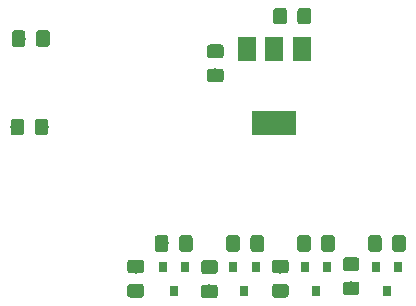
<source format=gbr>
G04 #@! TF.GenerationSoftware,KiCad,Pcbnew,5.1.2*
G04 #@! TF.CreationDate,2019-05-06T20:04:11+02:00*
G04 #@! TF.ProjectId,controlboard,636f6e74-726f-46c6-926f-6172642e6b69,rev?*
G04 #@! TF.SameCoordinates,Original*
G04 #@! TF.FileFunction,Paste,Top*
G04 #@! TF.FilePolarity,Positive*
%FSLAX46Y46*%
G04 Gerber Fmt 4.6, Leading zero omitted, Abs format (unit mm)*
G04 Created by KiCad (PCBNEW 5.1.2) date 2019-05-06 20:04:11*
%MOMM*%
%LPD*%
G04 APERTURE LIST*
%ADD10C,0.100000*%
%ADD11C,1.150000*%
%ADD12R,0.800000X0.900000*%
%ADD13R,3.800000X2.000000*%
%ADD14R,1.500000X2.000000*%
G04 APERTURE END LIST*
D10*
G36*
X87474505Y-33901204D02*
G01*
X87498773Y-33904804D01*
X87522572Y-33910765D01*
X87545671Y-33919030D01*
X87567850Y-33929520D01*
X87588893Y-33942132D01*
X87608599Y-33956747D01*
X87626777Y-33973223D01*
X87643253Y-33991401D01*
X87657868Y-34011107D01*
X87670480Y-34032150D01*
X87680970Y-34054329D01*
X87689235Y-34077428D01*
X87695196Y-34101227D01*
X87698796Y-34125495D01*
X87700000Y-34149999D01*
X87700000Y-34800001D01*
X87698796Y-34824505D01*
X87695196Y-34848773D01*
X87689235Y-34872572D01*
X87680970Y-34895671D01*
X87670480Y-34917850D01*
X87657868Y-34938893D01*
X87643253Y-34958599D01*
X87626777Y-34976777D01*
X87608599Y-34993253D01*
X87588893Y-35007868D01*
X87567850Y-35020480D01*
X87545671Y-35030970D01*
X87522572Y-35039235D01*
X87498773Y-35045196D01*
X87474505Y-35048796D01*
X87450001Y-35050000D01*
X86549999Y-35050000D01*
X86525495Y-35048796D01*
X86501227Y-35045196D01*
X86477428Y-35039235D01*
X86454329Y-35030970D01*
X86432150Y-35020480D01*
X86411107Y-35007868D01*
X86391401Y-34993253D01*
X86373223Y-34976777D01*
X86356747Y-34958599D01*
X86342132Y-34938893D01*
X86329520Y-34917850D01*
X86319030Y-34895671D01*
X86310765Y-34872572D01*
X86304804Y-34848773D01*
X86301204Y-34824505D01*
X86300000Y-34800001D01*
X86300000Y-34149999D01*
X86301204Y-34125495D01*
X86304804Y-34101227D01*
X86310765Y-34077428D01*
X86319030Y-34054329D01*
X86329520Y-34032150D01*
X86342132Y-34011107D01*
X86356747Y-33991401D01*
X86373223Y-33973223D01*
X86391401Y-33956747D01*
X86411107Y-33942132D01*
X86432150Y-33929520D01*
X86454329Y-33919030D01*
X86477428Y-33910765D01*
X86501227Y-33904804D01*
X86525495Y-33901204D01*
X86549999Y-33900000D01*
X87450001Y-33900000D01*
X87474505Y-33901204D01*
X87474505Y-33901204D01*
G37*
D11*
X87000000Y-34475000D03*
D10*
G36*
X87474505Y-35951204D02*
G01*
X87498773Y-35954804D01*
X87522572Y-35960765D01*
X87545671Y-35969030D01*
X87567850Y-35979520D01*
X87588893Y-35992132D01*
X87608599Y-36006747D01*
X87626777Y-36023223D01*
X87643253Y-36041401D01*
X87657868Y-36061107D01*
X87670480Y-36082150D01*
X87680970Y-36104329D01*
X87689235Y-36127428D01*
X87695196Y-36151227D01*
X87698796Y-36175495D01*
X87700000Y-36199999D01*
X87700000Y-36850001D01*
X87698796Y-36874505D01*
X87695196Y-36898773D01*
X87689235Y-36922572D01*
X87680970Y-36945671D01*
X87670480Y-36967850D01*
X87657868Y-36988893D01*
X87643253Y-37008599D01*
X87626777Y-37026777D01*
X87608599Y-37043253D01*
X87588893Y-37057868D01*
X87567850Y-37070480D01*
X87545671Y-37080970D01*
X87522572Y-37089235D01*
X87498773Y-37095196D01*
X87474505Y-37098796D01*
X87450001Y-37100000D01*
X86549999Y-37100000D01*
X86525495Y-37098796D01*
X86501227Y-37095196D01*
X86477428Y-37089235D01*
X86454329Y-37080970D01*
X86432150Y-37070480D01*
X86411107Y-37057868D01*
X86391401Y-37043253D01*
X86373223Y-37026777D01*
X86356747Y-37008599D01*
X86342132Y-36988893D01*
X86329520Y-36967850D01*
X86319030Y-36945671D01*
X86310765Y-36922572D01*
X86304804Y-36898773D01*
X86301204Y-36874505D01*
X86300000Y-36850001D01*
X86300000Y-36199999D01*
X86301204Y-36175495D01*
X86304804Y-36151227D01*
X86310765Y-36127428D01*
X86319030Y-36104329D01*
X86329520Y-36082150D01*
X86342132Y-36061107D01*
X86356747Y-36041401D01*
X86373223Y-36023223D01*
X86391401Y-36006747D01*
X86411107Y-35992132D01*
X86432150Y-35979520D01*
X86454329Y-35969030D01*
X86477428Y-35960765D01*
X86501227Y-35954804D01*
X86525495Y-35951204D01*
X86549999Y-35950000D01*
X87450001Y-35950000D01*
X87474505Y-35951204D01*
X87474505Y-35951204D01*
G37*
D11*
X87000000Y-36525000D03*
D10*
G36*
X94874505Y-30801204D02*
G01*
X94898773Y-30804804D01*
X94922572Y-30810765D01*
X94945671Y-30819030D01*
X94967850Y-30829520D01*
X94988893Y-30842132D01*
X95008599Y-30856747D01*
X95026777Y-30873223D01*
X95043253Y-30891401D01*
X95057868Y-30911107D01*
X95070480Y-30932150D01*
X95080970Y-30954329D01*
X95089235Y-30977428D01*
X95095196Y-31001227D01*
X95098796Y-31025495D01*
X95100000Y-31049999D01*
X95100000Y-31950001D01*
X95098796Y-31974505D01*
X95095196Y-31998773D01*
X95089235Y-32022572D01*
X95080970Y-32045671D01*
X95070480Y-32067850D01*
X95057868Y-32088893D01*
X95043253Y-32108599D01*
X95026777Y-32126777D01*
X95008599Y-32143253D01*
X94988893Y-32157868D01*
X94967850Y-32170480D01*
X94945671Y-32180970D01*
X94922572Y-32189235D01*
X94898773Y-32195196D01*
X94874505Y-32198796D01*
X94850001Y-32200000D01*
X94199999Y-32200000D01*
X94175495Y-32198796D01*
X94151227Y-32195196D01*
X94127428Y-32189235D01*
X94104329Y-32180970D01*
X94082150Y-32170480D01*
X94061107Y-32157868D01*
X94041401Y-32143253D01*
X94023223Y-32126777D01*
X94006747Y-32108599D01*
X93992132Y-32088893D01*
X93979520Y-32067850D01*
X93969030Y-32045671D01*
X93960765Y-32022572D01*
X93954804Y-31998773D01*
X93951204Y-31974505D01*
X93950000Y-31950001D01*
X93950000Y-31049999D01*
X93951204Y-31025495D01*
X93954804Y-31001227D01*
X93960765Y-30977428D01*
X93969030Y-30954329D01*
X93979520Y-30932150D01*
X93992132Y-30911107D01*
X94006747Y-30891401D01*
X94023223Y-30873223D01*
X94041401Y-30856747D01*
X94061107Y-30842132D01*
X94082150Y-30829520D01*
X94104329Y-30819030D01*
X94127428Y-30810765D01*
X94151227Y-30804804D01*
X94175495Y-30801204D01*
X94199999Y-30800000D01*
X94850001Y-30800000D01*
X94874505Y-30801204D01*
X94874505Y-30801204D01*
G37*
D11*
X94525000Y-31500000D03*
D10*
G36*
X92824505Y-30801204D02*
G01*
X92848773Y-30804804D01*
X92872572Y-30810765D01*
X92895671Y-30819030D01*
X92917850Y-30829520D01*
X92938893Y-30842132D01*
X92958599Y-30856747D01*
X92976777Y-30873223D01*
X92993253Y-30891401D01*
X93007868Y-30911107D01*
X93020480Y-30932150D01*
X93030970Y-30954329D01*
X93039235Y-30977428D01*
X93045196Y-31001227D01*
X93048796Y-31025495D01*
X93050000Y-31049999D01*
X93050000Y-31950001D01*
X93048796Y-31974505D01*
X93045196Y-31998773D01*
X93039235Y-32022572D01*
X93030970Y-32045671D01*
X93020480Y-32067850D01*
X93007868Y-32088893D01*
X92993253Y-32108599D01*
X92976777Y-32126777D01*
X92958599Y-32143253D01*
X92938893Y-32157868D01*
X92917850Y-32170480D01*
X92895671Y-32180970D01*
X92872572Y-32189235D01*
X92848773Y-32195196D01*
X92824505Y-32198796D01*
X92800001Y-32200000D01*
X92149999Y-32200000D01*
X92125495Y-32198796D01*
X92101227Y-32195196D01*
X92077428Y-32189235D01*
X92054329Y-32180970D01*
X92032150Y-32170480D01*
X92011107Y-32157868D01*
X91991401Y-32143253D01*
X91973223Y-32126777D01*
X91956747Y-32108599D01*
X91942132Y-32088893D01*
X91929520Y-32067850D01*
X91919030Y-32045671D01*
X91910765Y-32022572D01*
X91904804Y-31998773D01*
X91901204Y-31974505D01*
X91900000Y-31950001D01*
X91900000Y-31049999D01*
X91901204Y-31025495D01*
X91904804Y-31001227D01*
X91910765Y-30977428D01*
X91919030Y-30954329D01*
X91929520Y-30932150D01*
X91942132Y-30911107D01*
X91956747Y-30891401D01*
X91973223Y-30873223D01*
X91991401Y-30856747D01*
X92011107Y-30842132D01*
X92032150Y-30829520D01*
X92054329Y-30819030D01*
X92077428Y-30810765D01*
X92101227Y-30804804D01*
X92125495Y-30801204D01*
X92149999Y-30800000D01*
X92800001Y-30800000D01*
X92824505Y-30801204D01*
X92824505Y-30801204D01*
G37*
D11*
X92475000Y-31500000D03*
D12*
X95500000Y-54750000D03*
X94550000Y-52750000D03*
X96450000Y-52750000D03*
X90400000Y-52750000D03*
X88500000Y-52750000D03*
X89450000Y-54750000D03*
X83500000Y-54750000D03*
X82550000Y-52750000D03*
X84450000Y-52750000D03*
X102500000Y-52750000D03*
X100600000Y-52750000D03*
X101550000Y-54750000D03*
D10*
G36*
X94849505Y-50051204D02*
G01*
X94873773Y-50054804D01*
X94897572Y-50060765D01*
X94920671Y-50069030D01*
X94942850Y-50079520D01*
X94963893Y-50092132D01*
X94983599Y-50106747D01*
X95001777Y-50123223D01*
X95018253Y-50141401D01*
X95032868Y-50161107D01*
X95045480Y-50182150D01*
X95055970Y-50204329D01*
X95064235Y-50227428D01*
X95070196Y-50251227D01*
X95073796Y-50275495D01*
X95075000Y-50299999D01*
X95075000Y-51200001D01*
X95073796Y-51224505D01*
X95070196Y-51248773D01*
X95064235Y-51272572D01*
X95055970Y-51295671D01*
X95045480Y-51317850D01*
X95032868Y-51338893D01*
X95018253Y-51358599D01*
X95001777Y-51376777D01*
X94983599Y-51393253D01*
X94963893Y-51407868D01*
X94942850Y-51420480D01*
X94920671Y-51430970D01*
X94897572Y-51439235D01*
X94873773Y-51445196D01*
X94849505Y-51448796D01*
X94825001Y-51450000D01*
X94174999Y-51450000D01*
X94150495Y-51448796D01*
X94126227Y-51445196D01*
X94102428Y-51439235D01*
X94079329Y-51430970D01*
X94057150Y-51420480D01*
X94036107Y-51407868D01*
X94016401Y-51393253D01*
X93998223Y-51376777D01*
X93981747Y-51358599D01*
X93967132Y-51338893D01*
X93954520Y-51317850D01*
X93944030Y-51295671D01*
X93935765Y-51272572D01*
X93929804Y-51248773D01*
X93926204Y-51224505D01*
X93925000Y-51200001D01*
X93925000Y-50299999D01*
X93926204Y-50275495D01*
X93929804Y-50251227D01*
X93935765Y-50227428D01*
X93944030Y-50204329D01*
X93954520Y-50182150D01*
X93967132Y-50161107D01*
X93981747Y-50141401D01*
X93998223Y-50123223D01*
X94016401Y-50106747D01*
X94036107Y-50092132D01*
X94057150Y-50079520D01*
X94079329Y-50069030D01*
X94102428Y-50060765D01*
X94126227Y-50054804D01*
X94150495Y-50051204D01*
X94174999Y-50050000D01*
X94825001Y-50050000D01*
X94849505Y-50051204D01*
X94849505Y-50051204D01*
G37*
D11*
X94500000Y-50750000D03*
D10*
G36*
X96899505Y-50051204D02*
G01*
X96923773Y-50054804D01*
X96947572Y-50060765D01*
X96970671Y-50069030D01*
X96992850Y-50079520D01*
X97013893Y-50092132D01*
X97033599Y-50106747D01*
X97051777Y-50123223D01*
X97068253Y-50141401D01*
X97082868Y-50161107D01*
X97095480Y-50182150D01*
X97105970Y-50204329D01*
X97114235Y-50227428D01*
X97120196Y-50251227D01*
X97123796Y-50275495D01*
X97125000Y-50299999D01*
X97125000Y-51200001D01*
X97123796Y-51224505D01*
X97120196Y-51248773D01*
X97114235Y-51272572D01*
X97105970Y-51295671D01*
X97095480Y-51317850D01*
X97082868Y-51338893D01*
X97068253Y-51358599D01*
X97051777Y-51376777D01*
X97033599Y-51393253D01*
X97013893Y-51407868D01*
X96992850Y-51420480D01*
X96970671Y-51430970D01*
X96947572Y-51439235D01*
X96923773Y-51445196D01*
X96899505Y-51448796D01*
X96875001Y-51450000D01*
X96224999Y-51450000D01*
X96200495Y-51448796D01*
X96176227Y-51445196D01*
X96152428Y-51439235D01*
X96129329Y-51430970D01*
X96107150Y-51420480D01*
X96086107Y-51407868D01*
X96066401Y-51393253D01*
X96048223Y-51376777D01*
X96031747Y-51358599D01*
X96017132Y-51338893D01*
X96004520Y-51317850D01*
X95994030Y-51295671D01*
X95985765Y-51272572D01*
X95979804Y-51248773D01*
X95976204Y-51224505D01*
X95975000Y-51200001D01*
X95975000Y-50299999D01*
X95976204Y-50275495D01*
X95979804Y-50251227D01*
X95985765Y-50227428D01*
X95994030Y-50204329D01*
X96004520Y-50182150D01*
X96017132Y-50161107D01*
X96031747Y-50141401D01*
X96048223Y-50123223D01*
X96066401Y-50106747D01*
X96086107Y-50092132D01*
X96107150Y-50079520D01*
X96129329Y-50069030D01*
X96152428Y-50060765D01*
X96176227Y-50054804D01*
X96200495Y-50051204D01*
X96224999Y-50050000D01*
X96875001Y-50050000D01*
X96899505Y-50051204D01*
X96899505Y-50051204D01*
G37*
D11*
X96550000Y-50750000D03*
D10*
G36*
X88849505Y-50051204D02*
G01*
X88873773Y-50054804D01*
X88897572Y-50060765D01*
X88920671Y-50069030D01*
X88942850Y-50079520D01*
X88963893Y-50092132D01*
X88983599Y-50106747D01*
X89001777Y-50123223D01*
X89018253Y-50141401D01*
X89032868Y-50161107D01*
X89045480Y-50182150D01*
X89055970Y-50204329D01*
X89064235Y-50227428D01*
X89070196Y-50251227D01*
X89073796Y-50275495D01*
X89075000Y-50299999D01*
X89075000Y-51200001D01*
X89073796Y-51224505D01*
X89070196Y-51248773D01*
X89064235Y-51272572D01*
X89055970Y-51295671D01*
X89045480Y-51317850D01*
X89032868Y-51338893D01*
X89018253Y-51358599D01*
X89001777Y-51376777D01*
X88983599Y-51393253D01*
X88963893Y-51407868D01*
X88942850Y-51420480D01*
X88920671Y-51430970D01*
X88897572Y-51439235D01*
X88873773Y-51445196D01*
X88849505Y-51448796D01*
X88825001Y-51450000D01*
X88174999Y-51450000D01*
X88150495Y-51448796D01*
X88126227Y-51445196D01*
X88102428Y-51439235D01*
X88079329Y-51430970D01*
X88057150Y-51420480D01*
X88036107Y-51407868D01*
X88016401Y-51393253D01*
X87998223Y-51376777D01*
X87981747Y-51358599D01*
X87967132Y-51338893D01*
X87954520Y-51317850D01*
X87944030Y-51295671D01*
X87935765Y-51272572D01*
X87929804Y-51248773D01*
X87926204Y-51224505D01*
X87925000Y-51200001D01*
X87925000Y-50299999D01*
X87926204Y-50275495D01*
X87929804Y-50251227D01*
X87935765Y-50227428D01*
X87944030Y-50204329D01*
X87954520Y-50182150D01*
X87967132Y-50161107D01*
X87981747Y-50141401D01*
X87998223Y-50123223D01*
X88016401Y-50106747D01*
X88036107Y-50092132D01*
X88057150Y-50079520D01*
X88079329Y-50069030D01*
X88102428Y-50060765D01*
X88126227Y-50054804D01*
X88150495Y-50051204D01*
X88174999Y-50050000D01*
X88825001Y-50050000D01*
X88849505Y-50051204D01*
X88849505Y-50051204D01*
G37*
D11*
X88500000Y-50750000D03*
D10*
G36*
X90899505Y-50051204D02*
G01*
X90923773Y-50054804D01*
X90947572Y-50060765D01*
X90970671Y-50069030D01*
X90992850Y-50079520D01*
X91013893Y-50092132D01*
X91033599Y-50106747D01*
X91051777Y-50123223D01*
X91068253Y-50141401D01*
X91082868Y-50161107D01*
X91095480Y-50182150D01*
X91105970Y-50204329D01*
X91114235Y-50227428D01*
X91120196Y-50251227D01*
X91123796Y-50275495D01*
X91125000Y-50299999D01*
X91125000Y-51200001D01*
X91123796Y-51224505D01*
X91120196Y-51248773D01*
X91114235Y-51272572D01*
X91105970Y-51295671D01*
X91095480Y-51317850D01*
X91082868Y-51338893D01*
X91068253Y-51358599D01*
X91051777Y-51376777D01*
X91033599Y-51393253D01*
X91013893Y-51407868D01*
X90992850Y-51420480D01*
X90970671Y-51430970D01*
X90947572Y-51439235D01*
X90923773Y-51445196D01*
X90899505Y-51448796D01*
X90875001Y-51450000D01*
X90224999Y-51450000D01*
X90200495Y-51448796D01*
X90176227Y-51445196D01*
X90152428Y-51439235D01*
X90129329Y-51430970D01*
X90107150Y-51420480D01*
X90086107Y-51407868D01*
X90066401Y-51393253D01*
X90048223Y-51376777D01*
X90031747Y-51358599D01*
X90017132Y-51338893D01*
X90004520Y-51317850D01*
X89994030Y-51295671D01*
X89985765Y-51272572D01*
X89979804Y-51248773D01*
X89976204Y-51224505D01*
X89975000Y-51200001D01*
X89975000Y-50299999D01*
X89976204Y-50275495D01*
X89979804Y-50251227D01*
X89985765Y-50227428D01*
X89994030Y-50204329D01*
X90004520Y-50182150D01*
X90017132Y-50161107D01*
X90031747Y-50141401D01*
X90048223Y-50123223D01*
X90066401Y-50106747D01*
X90086107Y-50092132D01*
X90107150Y-50079520D01*
X90129329Y-50069030D01*
X90152428Y-50060765D01*
X90176227Y-50054804D01*
X90200495Y-50051204D01*
X90224999Y-50050000D01*
X90875001Y-50050000D01*
X90899505Y-50051204D01*
X90899505Y-50051204D01*
G37*
D11*
X90550000Y-50750000D03*
D10*
G36*
X82799505Y-50051204D02*
G01*
X82823773Y-50054804D01*
X82847572Y-50060765D01*
X82870671Y-50069030D01*
X82892850Y-50079520D01*
X82913893Y-50092132D01*
X82933599Y-50106747D01*
X82951777Y-50123223D01*
X82968253Y-50141401D01*
X82982868Y-50161107D01*
X82995480Y-50182150D01*
X83005970Y-50204329D01*
X83014235Y-50227428D01*
X83020196Y-50251227D01*
X83023796Y-50275495D01*
X83025000Y-50299999D01*
X83025000Y-51200001D01*
X83023796Y-51224505D01*
X83020196Y-51248773D01*
X83014235Y-51272572D01*
X83005970Y-51295671D01*
X82995480Y-51317850D01*
X82982868Y-51338893D01*
X82968253Y-51358599D01*
X82951777Y-51376777D01*
X82933599Y-51393253D01*
X82913893Y-51407868D01*
X82892850Y-51420480D01*
X82870671Y-51430970D01*
X82847572Y-51439235D01*
X82823773Y-51445196D01*
X82799505Y-51448796D01*
X82775001Y-51450000D01*
X82124999Y-51450000D01*
X82100495Y-51448796D01*
X82076227Y-51445196D01*
X82052428Y-51439235D01*
X82029329Y-51430970D01*
X82007150Y-51420480D01*
X81986107Y-51407868D01*
X81966401Y-51393253D01*
X81948223Y-51376777D01*
X81931747Y-51358599D01*
X81917132Y-51338893D01*
X81904520Y-51317850D01*
X81894030Y-51295671D01*
X81885765Y-51272572D01*
X81879804Y-51248773D01*
X81876204Y-51224505D01*
X81875000Y-51200001D01*
X81875000Y-50299999D01*
X81876204Y-50275495D01*
X81879804Y-50251227D01*
X81885765Y-50227428D01*
X81894030Y-50204329D01*
X81904520Y-50182150D01*
X81917132Y-50161107D01*
X81931747Y-50141401D01*
X81948223Y-50123223D01*
X81966401Y-50106747D01*
X81986107Y-50092132D01*
X82007150Y-50079520D01*
X82029329Y-50069030D01*
X82052428Y-50060765D01*
X82076227Y-50054804D01*
X82100495Y-50051204D01*
X82124999Y-50050000D01*
X82775001Y-50050000D01*
X82799505Y-50051204D01*
X82799505Y-50051204D01*
G37*
D11*
X82450000Y-50750000D03*
D10*
G36*
X84849505Y-50051204D02*
G01*
X84873773Y-50054804D01*
X84897572Y-50060765D01*
X84920671Y-50069030D01*
X84942850Y-50079520D01*
X84963893Y-50092132D01*
X84983599Y-50106747D01*
X85001777Y-50123223D01*
X85018253Y-50141401D01*
X85032868Y-50161107D01*
X85045480Y-50182150D01*
X85055970Y-50204329D01*
X85064235Y-50227428D01*
X85070196Y-50251227D01*
X85073796Y-50275495D01*
X85075000Y-50299999D01*
X85075000Y-51200001D01*
X85073796Y-51224505D01*
X85070196Y-51248773D01*
X85064235Y-51272572D01*
X85055970Y-51295671D01*
X85045480Y-51317850D01*
X85032868Y-51338893D01*
X85018253Y-51358599D01*
X85001777Y-51376777D01*
X84983599Y-51393253D01*
X84963893Y-51407868D01*
X84942850Y-51420480D01*
X84920671Y-51430970D01*
X84897572Y-51439235D01*
X84873773Y-51445196D01*
X84849505Y-51448796D01*
X84825001Y-51450000D01*
X84174999Y-51450000D01*
X84150495Y-51448796D01*
X84126227Y-51445196D01*
X84102428Y-51439235D01*
X84079329Y-51430970D01*
X84057150Y-51420480D01*
X84036107Y-51407868D01*
X84016401Y-51393253D01*
X83998223Y-51376777D01*
X83981747Y-51358599D01*
X83967132Y-51338893D01*
X83954520Y-51317850D01*
X83944030Y-51295671D01*
X83935765Y-51272572D01*
X83929804Y-51248773D01*
X83926204Y-51224505D01*
X83925000Y-51200001D01*
X83925000Y-50299999D01*
X83926204Y-50275495D01*
X83929804Y-50251227D01*
X83935765Y-50227428D01*
X83944030Y-50204329D01*
X83954520Y-50182150D01*
X83967132Y-50161107D01*
X83981747Y-50141401D01*
X83998223Y-50123223D01*
X84016401Y-50106747D01*
X84036107Y-50092132D01*
X84057150Y-50079520D01*
X84079329Y-50069030D01*
X84102428Y-50060765D01*
X84126227Y-50054804D01*
X84150495Y-50051204D01*
X84174999Y-50050000D01*
X84825001Y-50050000D01*
X84849505Y-50051204D01*
X84849505Y-50051204D01*
G37*
D11*
X84500000Y-50750000D03*
D10*
G36*
X102899505Y-50051204D02*
G01*
X102923773Y-50054804D01*
X102947572Y-50060765D01*
X102970671Y-50069030D01*
X102992850Y-50079520D01*
X103013893Y-50092132D01*
X103033599Y-50106747D01*
X103051777Y-50123223D01*
X103068253Y-50141401D01*
X103082868Y-50161107D01*
X103095480Y-50182150D01*
X103105970Y-50204329D01*
X103114235Y-50227428D01*
X103120196Y-50251227D01*
X103123796Y-50275495D01*
X103125000Y-50299999D01*
X103125000Y-51200001D01*
X103123796Y-51224505D01*
X103120196Y-51248773D01*
X103114235Y-51272572D01*
X103105970Y-51295671D01*
X103095480Y-51317850D01*
X103082868Y-51338893D01*
X103068253Y-51358599D01*
X103051777Y-51376777D01*
X103033599Y-51393253D01*
X103013893Y-51407868D01*
X102992850Y-51420480D01*
X102970671Y-51430970D01*
X102947572Y-51439235D01*
X102923773Y-51445196D01*
X102899505Y-51448796D01*
X102875001Y-51450000D01*
X102224999Y-51450000D01*
X102200495Y-51448796D01*
X102176227Y-51445196D01*
X102152428Y-51439235D01*
X102129329Y-51430970D01*
X102107150Y-51420480D01*
X102086107Y-51407868D01*
X102066401Y-51393253D01*
X102048223Y-51376777D01*
X102031747Y-51358599D01*
X102017132Y-51338893D01*
X102004520Y-51317850D01*
X101994030Y-51295671D01*
X101985765Y-51272572D01*
X101979804Y-51248773D01*
X101976204Y-51224505D01*
X101975000Y-51200001D01*
X101975000Y-50299999D01*
X101976204Y-50275495D01*
X101979804Y-50251227D01*
X101985765Y-50227428D01*
X101994030Y-50204329D01*
X102004520Y-50182150D01*
X102017132Y-50161107D01*
X102031747Y-50141401D01*
X102048223Y-50123223D01*
X102066401Y-50106747D01*
X102086107Y-50092132D01*
X102107150Y-50079520D01*
X102129329Y-50069030D01*
X102152428Y-50060765D01*
X102176227Y-50054804D01*
X102200495Y-50051204D01*
X102224999Y-50050000D01*
X102875001Y-50050000D01*
X102899505Y-50051204D01*
X102899505Y-50051204D01*
G37*
D11*
X102550000Y-50750000D03*
D10*
G36*
X100849505Y-50051204D02*
G01*
X100873773Y-50054804D01*
X100897572Y-50060765D01*
X100920671Y-50069030D01*
X100942850Y-50079520D01*
X100963893Y-50092132D01*
X100983599Y-50106747D01*
X101001777Y-50123223D01*
X101018253Y-50141401D01*
X101032868Y-50161107D01*
X101045480Y-50182150D01*
X101055970Y-50204329D01*
X101064235Y-50227428D01*
X101070196Y-50251227D01*
X101073796Y-50275495D01*
X101075000Y-50299999D01*
X101075000Y-51200001D01*
X101073796Y-51224505D01*
X101070196Y-51248773D01*
X101064235Y-51272572D01*
X101055970Y-51295671D01*
X101045480Y-51317850D01*
X101032868Y-51338893D01*
X101018253Y-51358599D01*
X101001777Y-51376777D01*
X100983599Y-51393253D01*
X100963893Y-51407868D01*
X100942850Y-51420480D01*
X100920671Y-51430970D01*
X100897572Y-51439235D01*
X100873773Y-51445196D01*
X100849505Y-51448796D01*
X100825001Y-51450000D01*
X100174999Y-51450000D01*
X100150495Y-51448796D01*
X100126227Y-51445196D01*
X100102428Y-51439235D01*
X100079329Y-51430970D01*
X100057150Y-51420480D01*
X100036107Y-51407868D01*
X100016401Y-51393253D01*
X99998223Y-51376777D01*
X99981747Y-51358599D01*
X99967132Y-51338893D01*
X99954520Y-51317850D01*
X99944030Y-51295671D01*
X99935765Y-51272572D01*
X99929804Y-51248773D01*
X99926204Y-51224505D01*
X99925000Y-51200001D01*
X99925000Y-50299999D01*
X99926204Y-50275495D01*
X99929804Y-50251227D01*
X99935765Y-50227428D01*
X99944030Y-50204329D01*
X99954520Y-50182150D01*
X99967132Y-50161107D01*
X99981747Y-50141401D01*
X99998223Y-50123223D01*
X100016401Y-50106747D01*
X100036107Y-50092132D01*
X100057150Y-50079520D01*
X100079329Y-50069030D01*
X100102428Y-50060765D01*
X100126227Y-50054804D01*
X100150495Y-50051204D01*
X100174999Y-50050000D01*
X100825001Y-50050000D01*
X100849505Y-50051204D01*
X100849505Y-50051204D01*
G37*
D11*
X100500000Y-50750000D03*
D10*
G36*
X70580505Y-40195204D02*
G01*
X70604773Y-40198804D01*
X70628572Y-40204765D01*
X70651671Y-40213030D01*
X70673850Y-40223520D01*
X70694893Y-40236132D01*
X70714599Y-40250747D01*
X70732777Y-40267223D01*
X70749253Y-40285401D01*
X70763868Y-40305107D01*
X70776480Y-40326150D01*
X70786970Y-40348329D01*
X70795235Y-40371428D01*
X70801196Y-40395227D01*
X70804796Y-40419495D01*
X70806000Y-40443999D01*
X70806000Y-41344001D01*
X70804796Y-41368505D01*
X70801196Y-41392773D01*
X70795235Y-41416572D01*
X70786970Y-41439671D01*
X70776480Y-41461850D01*
X70763868Y-41482893D01*
X70749253Y-41502599D01*
X70732777Y-41520777D01*
X70714599Y-41537253D01*
X70694893Y-41551868D01*
X70673850Y-41564480D01*
X70651671Y-41574970D01*
X70628572Y-41583235D01*
X70604773Y-41589196D01*
X70580505Y-41592796D01*
X70556001Y-41594000D01*
X69905999Y-41594000D01*
X69881495Y-41592796D01*
X69857227Y-41589196D01*
X69833428Y-41583235D01*
X69810329Y-41574970D01*
X69788150Y-41564480D01*
X69767107Y-41551868D01*
X69747401Y-41537253D01*
X69729223Y-41520777D01*
X69712747Y-41502599D01*
X69698132Y-41482893D01*
X69685520Y-41461850D01*
X69675030Y-41439671D01*
X69666765Y-41416572D01*
X69660804Y-41392773D01*
X69657204Y-41368505D01*
X69656000Y-41344001D01*
X69656000Y-40443999D01*
X69657204Y-40419495D01*
X69660804Y-40395227D01*
X69666765Y-40371428D01*
X69675030Y-40348329D01*
X69685520Y-40326150D01*
X69698132Y-40305107D01*
X69712747Y-40285401D01*
X69729223Y-40267223D01*
X69747401Y-40250747D01*
X69767107Y-40236132D01*
X69788150Y-40223520D01*
X69810329Y-40213030D01*
X69833428Y-40204765D01*
X69857227Y-40198804D01*
X69881495Y-40195204D01*
X69905999Y-40194000D01*
X70556001Y-40194000D01*
X70580505Y-40195204D01*
X70580505Y-40195204D01*
G37*
D11*
X70231000Y-40894000D03*
D10*
G36*
X72630505Y-40195204D02*
G01*
X72654773Y-40198804D01*
X72678572Y-40204765D01*
X72701671Y-40213030D01*
X72723850Y-40223520D01*
X72744893Y-40236132D01*
X72764599Y-40250747D01*
X72782777Y-40267223D01*
X72799253Y-40285401D01*
X72813868Y-40305107D01*
X72826480Y-40326150D01*
X72836970Y-40348329D01*
X72845235Y-40371428D01*
X72851196Y-40395227D01*
X72854796Y-40419495D01*
X72856000Y-40443999D01*
X72856000Y-41344001D01*
X72854796Y-41368505D01*
X72851196Y-41392773D01*
X72845235Y-41416572D01*
X72836970Y-41439671D01*
X72826480Y-41461850D01*
X72813868Y-41482893D01*
X72799253Y-41502599D01*
X72782777Y-41520777D01*
X72764599Y-41537253D01*
X72744893Y-41551868D01*
X72723850Y-41564480D01*
X72701671Y-41574970D01*
X72678572Y-41583235D01*
X72654773Y-41589196D01*
X72630505Y-41592796D01*
X72606001Y-41594000D01*
X71955999Y-41594000D01*
X71931495Y-41592796D01*
X71907227Y-41589196D01*
X71883428Y-41583235D01*
X71860329Y-41574970D01*
X71838150Y-41564480D01*
X71817107Y-41551868D01*
X71797401Y-41537253D01*
X71779223Y-41520777D01*
X71762747Y-41502599D01*
X71748132Y-41482893D01*
X71735520Y-41461850D01*
X71725030Y-41439671D01*
X71716765Y-41416572D01*
X71710804Y-41392773D01*
X71707204Y-41368505D01*
X71706000Y-41344001D01*
X71706000Y-40443999D01*
X71707204Y-40419495D01*
X71710804Y-40395227D01*
X71716765Y-40371428D01*
X71725030Y-40348329D01*
X71735520Y-40326150D01*
X71748132Y-40305107D01*
X71762747Y-40285401D01*
X71779223Y-40267223D01*
X71797401Y-40250747D01*
X71817107Y-40236132D01*
X71838150Y-40223520D01*
X71860329Y-40213030D01*
X71883428Y-40204765D01*
X71907227Y-40198804D01*
X71931495Y-40195204D01*
X71955999Y-40194000D01*
X72606001Y-40194000D01*
X72630505Y-40195204D01*
X72630505Y-40195204D01*
G37*
D11*
X72281000Y-40894000D03*
D10*
G36*
X92974505Y-52126204D02*
G01*
X92998773Y-52129804D01*
X93022572Y-52135765D01*
X93045671Y-52144030D01*
X93067850Y-52154520D01*
X93088893Y-52167132D01*
X93108599Y-52181747D01*
X93126777Y-52198223D01*
X93143253Y-52216401D01*
X93157868Y-52236107D01*
X93170480Y-52257150D01*
X93180970Y-52279329D01*
X93189235Y-52302428D01*
X93195196Y-52326227D01*
X93198796Y-52350495D01*
X93200000Y-52374999D01*
X93200000Y-53025001D01*
X93198796Y-53049505D01*
X93195196Y-53073773D01*
X93189235Y-53097572D01*
X93180970Y-53120671D01*
X93170480Y-53142850D01*
X93157868Y-53163893D01*
X93143253Y-53183599D01*
X93126777Y-53201777D01*
X93108599Y-53218253D01*
X93088893Y-53232868D01*
X93067850Y-53245480D01*
X93045671Y-53255970D01*
X93022572Y-53264235D01*
X92998773Y-53270196D01*
X92974505Y-53273796D01*
X92950001Y-53275000D01*
X92049999Y-53275000D01*
X92025495Y-53273796D01*
X92001227Y-53270196D01*
X91977428Y-53264235D01*
X91954329Y-53255970D01*
X91932150Y-53245480D01*
X91911107Y-53232868D01*
X91891401Y-53218253D01*
X91873223Y-53201777D01*
X91856747Y-53183599D01*
X91842132Y-53163893D01*
X91829520Y-53142850D01*
X91819030Y-53120671D01*
X91810765Y-53097572D01*
X91804804Y-53073773D01*
X91801204Y-53049505D01*
X91800000Y-53025001D01*
X91800000Y-52374999D01*
X91801204Y-52350495D01*
X91804804Y-52326227D01*
X91810765Y-52302428D01*
X91819030Y-52279329D01*
X91829520Y-52257150D01*
X91842132Y-52236107D01*
X91856747Y-52216401D01*
X91873223Y-52198223D01*
X91891401Y-52181747D01*
X91911107Y-52167132D01*
X91932150Y-52154520D01*
X91954329Y-52144030D01*
X91977428Y-52135765D01*
X92001227Y-52129804D01*
X92025495Y-52126204D01*
X92049999Y-52125000D01*
X92950001Y-52125000D01*
X92974505Y-52126204D01*
X92974505Y-52126204D01*
G37*
D11*
X92500000Y-52700000D03*
D10*
G36*
X92974505Y-54176204D02*
G01*
X92998773Y-54179804D01*
X93022572Y-54185765D01*
X93045671Y-54194030D01*
X93067850Y-54204520D01*
X93088893Y-54217132D01*
X93108599Y-54231747D01*
X93126777Y-54248223D01*
X93143253Y-54266401D01*
X93157868Y-54286107D01*
X93170480Y-54307150D01*
X93180970Y-54329329D01*
X93189235Y-54352428D01*
X93195196Y-54376227D01*
X93198796Y-54400495D01*
X93200000Y-54424999D01*
X93200000Y-55075001D01*
X93198796Y-55099505D01*
X93195196Y-55123773D01*
X93189235Y-55147572D01*
X93180970Y-55170671D01*
X93170480Y-55192850D01*
X93157868Y-55213893D01*
X93143253Y-55233599D01*
X93126777Y-55251777D01*
X93108599Y-55268253D01*
X93088893Y-55282868D01*
X93067850Y-55295480D01*
X93045671Y-55305970D01*
X93022572Y-55314235D01*
X92998773Y-55320196D01*
X92974505Y-55323796D01*
X92950001Y-55325000D01*
X92049999Y-55325000D01*
X92025495Y-55323796D01*
X92001227Y-55320196D01*
X91977428Y-55314235D01*
X91954329Y-55305970D01*
X91932150Y-55295480D01*
X91911107Y-55282868D01*
X91891401Y-55268253D01*
X91873223Y-55251777D01*
X91856747Y-55233599D01*
X91842132Y-55213893D01*
X91829520Y-55192850D01*
X91819030Y-55170671D01*
X91810765Y-55147572D01*
X91804804Y-55123773D01*
X91801204Y-55099505D01*
X91800000Y-55075001D01*
X91800000Y-54424999D01*
X91801204Y-54400495D01*
X91804804Y-54376227D01*
X91810765Y-54352428D01*
X91819030Y-54329329D01*
X91829520Y-54307150D01*
X91842132Y-54286107D01*
X91856747Y-54266401D01*
X91873223Y-54248223D01*
X91891401Y-54231747D01*
X91911107Y-54217132D01*
X91932150Y-54204520D01*
X91954329Y-54194030D01*
X91977428Y-54185765D01*
X92001227Y-54179804D01*
X92025495Y-54176204D01*
X92049999Y-54175000D01*
X92950001Y-54175000D01*
X92974505Y-54176204D01*
X92974505Y-54176204D01*
G37*
D11*
X92500000Y-54750000D03*
D10*
G36*
X86974505Y-52176204D02*
G01*
X86998773Y-52179804D01*
X87022572Y-52185765D01*
X87045671Y-52194030D01*
X87067850Y-52204520D01*
X87088893Y-52217132D01*
X87108599Y-52231747D01*
X87126777Y-52248223D01*
X87143253Y-52266401D01*
X87157868Y-52286107D01*
X87170480Y-52307150D01*
X87180970Y-52329329D01*
X87189235Y-52352428D01*
X87195196Y-52376227D01*
X87198796Y-52400495D01*
X87200000Y-52424999D01*
X87200000Y-53075001D01*
X87198796Y-53099505D01*
X87195196Y-53123773D01*
X87189235Y-53147572D01*
X87180970Y-53170671D01*
X87170480Y-53192850D01*
X87157868Y-53213893D01*
X87143253Y-53233599D01*
X87126777Y-53251777D01*
X87108599Y-53268253D01*
X87088893Y-53282868D01*
X87067850Y-53295480D01*
X87045671Y-53305970D01*
X87022572Y-53314235D01*
X86998773Y-53320196D01*
X86974505Y-53323796D01*
X86950001Y-53325000D01*
X86049999Y-53325000D01*
X86025495Y-53323796D01*
X86001227Y-53320196D01*
X85977428Y-53314235D01*
X85954329Y-53305970D01*
X85932150Y-53295480D01*
X85911107Y-53282868D01*
X85891401Y-53268253D01*
X85873223Y-53251777D01*
X85856747Y-53233599D01*
X85842132Y-53213893D01*
X85829520Y-53192850D01*
X85819030Y-53170671D01*
X85810765Y-53147572D01*
X85804804Y-53123773D01*
X85801204Y-53099505D01*
X85800000Y-53075001D01*
X85800000Y-52424999D01*
X85801204Y-52400495D01*
X85804804Y-52376227D01*
X85810765Y-52352428D01*
X85819030Y-52329329D01*
X85829520Y-52307150D01*
X85842132Y-52286107D01*
X85856747Y-52266401D01*
X85873223Y-52248223D01*
X85891401Y-52231747D01*
X85911107Y-52217132D01*
X85932150Y-52204520D01*
X85954329Y-52194030D01*
X85977428Y-52185765D01*
X86001227Y-52179804D01*
X86025495Y-52176204D01*
X86049999Y-52175000D01*
X86950001Y-52175000D01*
X86974505Y-52176204D01*
X86974505Y-52176204D01*
G37*
D11*
X86500000Y-52750000D03*
D10*
G36*
X86974505Y-54226204D02*
G01*
X86998773Y-54229804D01*
X87022572Y-54235765D01*
X87045671Y-54244030D01*
X87067850Y-54254520D01*
X87088893Y-54267132D01*
X87108599Y-54281747D01*
X87126777Y-54298223D01*
X87143253Y-54316401D01*
X87157868Y-54336107D01*
X87170480Y-54357150D01*
X87180970Y-54379329D01*
X87189235Y-54402428D01*
X87195196Y-54426227D01*
X87198796Y-54450495D01*
X87200000Y-54474999D01*
X87200000Y-55125001D01*
X87198796Y-55149505D01*
X87195196Y-55173773D01*
X87189235Y-55197572D01*
X87180970Y-55220671D01*
X87170480Y-55242850D01*
X87157868Y-55263893D01*
X87143253Y-55283599D01*
X87126777Y-55301777D01*
X87108599Y-55318253D01*
X87088893Y-55332868D01*
X87067850Y-55345480D01*
X87045671Y-55355970D01*
X87022572Y-55364235D01*
X86998773Y-55370196D01*
X86974505Y-55373796D01*
X86950001Y-55375000D01*
X86049999Y-55375000D01*
X86025495Y-55373796D01*
X86001227Y-55370196D01*
X85977428Y-55364235D01*
X85954329Y-55355970D01*
X85932150Y-55345480D01*
X85911107Y-55332868D01*
X85891401Y-55318253D01*
X85873223Y-55301777D01*
X85856747Y-55283599D01*
X85842132Y-55263893D01*
X85829520Y-55242850D01*
X85819030Y-55220671D01*
X85810765Y-55197572D01*
X85804804Y-55173773D01*
X85801204Y-55149505D01*
X85800000Y-55125001D01*
X85800000Y-54474999D01*
X85801204Y-54450495D01*
X85804804Y-54426227D01*
X85810765Y-54402428D01*
X85819030Y-54379329D01*
X85829520Y-54357150D01*
X85842132Y-54336107D01*
X85856747Y-54316401D01*
X85873223Y-54298223D01*
X85891401Y-54281747D01*
X85911107Y-54267132D01*
X85932150Y-54254520D01*
X85954329Y-54244030D01*
X85977428Y-54235765D01*
X86001227Y-54229804D01*
X86025495Y-54226204D01*
X86049999Y-54225000D01*
X86950001Y-54225000D01*
X86974505Y-54226204D01*
X86974505Y-54226204D01*
G37*
D11*
X86500000Y-54800000D03*
D10*
G36*
X80724505Y-52126204D02*
G01*
X80748773Y-52129804D01*
X80772572Y-52135765D01*
X80795671Y-52144030D01*
X80817850Y-52154520D01*
X80838893Y-52167132D01*
X80858599Y-52181747D01*
X80876777Y-52198223D01*
X80893253Y-52216401D01*
X80907868Y-52236107D01*
X80920480Y-52257150D01*
X80930970Y-52279329D01*
X80939235Y-52302428D01*
X80945196Y-52326227D01*
X80948796Y-52350495D01*
X80950000Y-52374999D01*
X80950000Y-53025001D01*
X80948796Y-53049505D01*
X80945196Y-53073773D01*
X80939235Y-53097572D01*
X80930970Y-53120671D01*
X80920480Y-53142850D01*
X80907868Y-53163893D01*
X80893253Y-53183599D01*
X80876777Y-53201777D01*
X80858599Y-53218253D01*
X80838893Y-53232868D01*
X80817850Y-53245480D01*
X80795671Y-53255970D01*
X80772572Y-53264235D01*
X80748773Y-53270196D01*
X80724505Y-53273796D01*
X80700001Y-53275000D01*
X79799999Y-53275000D01*
X79775495Y-53273796D01*
X79751227Y-53270196D01*
X79727428Y-53264235D01*
X79704329Y-53255970D01*
X79682150Y-53245480D01*
X79661107Y-53232868D01*
X79641401Y-53218253D01*
X79623223Y-53201777D01*
X79606747Y-53183599D01*
X79592132Y-53163893D01*
X79579520Y-53142850D01*
X79569030Y-53120671D01*
X79560765Y-53097572D01*
X79554804Y-53073773D01*
X79551204Y-53049505D01*
X79550000Y-53025001D01*
X79550000Y-52374999D01*
X79551204Y-52350495D01*
X79554804Y-52326227D01*
X79560765Y-52302428D01*
X79569030Y-52279329D01*
X79579520Y-52257150D01*
X79592132Y-52236107D01*
X79606747Y-52216401D01*
X79623223Y-52198223D01*
X79641401Y-52181747D01*
X79661107Y-52167132D01*
X79682150Y-52154520D01*
X79704329Y-52144030D01*
X79727428Y-52135765D01*
X79751227Y-52129804D01*
X79775495Y-52126204D01*
X79799999Y-52125000D01*
X80700001Y-52125000D01*
X80724505Y-52126204D01*
X80724505Y-52126204D01*
G37*
D11*
X80250000Y-52700000D03*
D10*
G36*
X80724505Y-54176204D02*
G01*
X80748773Y-54179804D01*
X80772572Y-54185765D01*
X80795671Y-54194030D01*
X80817850Y-54204520D01*
X80838893Y-54217132D01*
X80858599Y-54231747D01*
X80876777Y-54248223D01*
X80893253Y-54266401D01*
X80907868Y-54286107D01*
X80920480Y-54307150D01*
X80930970Y-54329329D01*
X80939235Y-54352428D01*
X80945196Y-54376227D01*
X80948796Y-54400495D01*
X80950000Y-54424999D01*
X80950000Y-55075001D01*
X80948796Y-55099505D01*
X80945196Y-55123773D01*
X80939235Y-55147572D01*
X80930970Y-55170671D01*
X80920480Y-55192850D01*
X80907868Y-55213893D01*
X80893253Y-55233599D01*
X80876777Y-55251777D01*
X80858599Y-55268253D01*
X80838893Y-55282868D01*
X80817850Y-55295480D01*
X80795671Y-55305970D01*
X80772572Y-55314235D01*
X80748773Y-55320196D01*
X80724505Y-55323796D01*
X80700001Y-55325000D01*
X79799999Y-55325000D01*
X79775495Y-55323796D01*
X79751227Y-55320196D01*
X79727428Y-55314235D01*
X79704329Y-55305970D01*
X79682150Y-55295480D01*
X79661107Y-55282868D01*
X79641401Y-55268253D01*
X79623223Y-55251777D01*
X79606747Y-55233599D01*
X79592132Y-55213893D01*
X79579520Y-55192850D01*
X79569030Y-55170671D01*
X79560765Y-55147572D01*
X79554804Y-55123773D01*
X79551204Y-55099505D01*
X79550000Y-55075001D01*
X79550000Y-54424999D01*
X79551204Y-54400495D01*
X79554804Y-54376227D01*
X79560765Y-54352428D01*
X79569030Y-54329329D01*
X79579520Y-54307150D01*
X79592132Y-54286107D01*
X79606747Y-54266401D01*
X79623223Y-54248223D01*
X79641401Y-54231747D01*
X79661107Y-54217132D01*
X79682150Y-54204520D01*
X79704329Y-54194030D01*
X79727428Y-54185765D01*
X79751227Y-54179804D01*
X79775495Y-54176204D01*
X79799999Y-54175000D01*
X80700001Y-54175000D01*
X80724505Y-54176204D01*
X80724505Y-54176204D01*
G37*
D11*
X80250000Y-54750000D03*
D10*
G36*
X98974505Y-53976204D02*
G01*
X98998773Y-53979804D01*
X99022572Y-53985765D01*
X99045671Y-53994030D01*
X99067850Y-54004520D01*
X99088893Y-54017132D01*
X99108599Y-54031747D01*
X99126777Y-54048223D01*
X99143253Y-54066401D01*
X99157868Y-54086107D01*
X99170480Y-54107150D01*
X99180970Y-54129329D01*
X99189235Y-54152428D01*
X99195196Y-54176227D01*
X99198796Y-54200495D01*
X99200000Y-54224999D01*
X99200000Y-54875001D01*
X99198796Y-54899505D01*
X99195196Y-54923773D01*
X99189235Y-54947572D01*
X99180970Y-54970671D01*
X99170480Y-54992850D01*
X99157868Y-55013893D01*
X99143253Y-55033599D01*
X99126777Y-55051777D01*
X99108599Y-55068253D01*
X99088893Y-55082868D01*
X99067850Y-55095480D01*
X99045671Y-55105970D01*
X99022572Y-55114235D01*
X98998773Y-55120196D01*
X98974505Y-55123796D01*
X98950001Y-55125000D01*
X98049999Y-55125000D01*
X98025495Y-55123796D01*
X98001227Y-55120196D01*
X97977428Y-55114235D01*
X97954329Y-55105970D01*
X97932150Y-55095480D01*
X97911107Y-55082868D01*
X97891401Y-55068253D01*
X97873223Y-55051777D01*
X97856747Y-55033599D01*
X97842132Y-55013893D01*
X97829520Y-54992850D01*
X97819030Y-54970671D01*
X97810765Y-54947572D01*
X97804804Y-54923773D01*
X97801204Y-54899505D01*
X97800000Y-54875001D01*
X97800000Y-54224999D01*
X97801204Y-54200495D01*
X97804804Y-54176227D01*
X97810765Y-54152428D01*
X97819030Y-54129329D01*
X97829520Y-54107150D01*
X97842132Y-54086107D01*
X97856747Y-54066401D01*
X97873223Y-54048223D01*
X97891401Y-54031747D01*
X97911107Y-54017132D01*
X97932150Y-54004520D01*
X97954329Y-53994030D01*
X97977428Y-53985765D01*
X98001227Y-53979804D01*
X98025495Y-53976204D01*
X98049999Y-53975000D01*
X98950001Y-53975000D01*
X98974505Y-53976204D01*
X98974505Y-53976204D01*
G37*
D11*
X98500000Y-54550000D03*
D10*
G36*
X98974505Y-51926204D02*
G01*
X98998773Y-51929804D01*
X99022572Y-51935765D01*
X99045671Y-51944030D01*
X99067850Y-51954520D01*
X99088893Y-51967132D01*
X99108599Y-51981747D01*
X99126777Y-51998223D01*
X99143253Y-52016401D01*
X99157868Y-52036107D01*
X99170480Y-52057150D01*
X99180970Y-52079329D01*
X99189235Y-52102428D01*
X99195196Y-52126227D01*
X99198796Y-52150495D01*
X99200000Y-52174999D01*
X99200000Y-52825001D01*
X99198796Y-52849505D01*
X99195196Y-52873773D01*
X99189235Y-52897572D01*
X99180970Y-52920671D01*
X99170480Y-52942850D01*
X99157868Y-52963893D01*
X99143253Y-52983599D01*
X99126777Y-53001777D01*
X99108599Y-53018253D01*
X99088893Y-53032868D01*
X99067850Y-53045480D01*
X99045671Y-53055970D01*
X99022572Y-53064235D01*
X98998773Y-53070196D01*
X98974505Y-53073796D01*
X98950001Y-53075000D01*
X98049999Y-53075000D01*
X98025495Y-53073796D01*
X98001227Y-53070196D01*
X97977428Y-53064235D01*
X97954329Y-53055970D01*
X97932150Y-53045480D01*
X97911107Y-53032868D01*
X97891401Y-53018253D01*
X97873223Y-53001777D01*
X97856747Y-52983599D01*
X97842132Y-52963893D01*
X97829520Y-52942850D01*
X97819030Y-52920671D01*
X97810765Y-52897572D01*
X97804804Y-52873773D01*
X97801204Y-52849505D01*
X97800000Y-52825001D01*
X97800000Y-52174999D01*
X97801204Y-52150495D01*
X97804804Y-52126227D01*
X97810765Y-52102428D01*
X97819030Y-52079329D01*
X97829520Y-52057150D01*
X97842132Y-52036107D01*
X97856747Y-52016401D01*
X97873223Y-51998223D01*
X97891401Y-51981747D01*
X97911107Y-51967132D01*
X97932150Y-51954520D01*
X97954329Y-51944030D01*
X97977428Y-51935765D01*
X98001227Y-51929804D01*
X98025495Y-51926204D01*
X98049999Y-51925000D01*
X98950001Y-51925000D01*
X98974505Y-51926204D01*
X98974505Y-51926204D01*
G37*
D11*
X98500000Y-52500000D03*
D10*
G36*
X72748505Y-32702204D02*
G01*
X72772773Y-32705804D01*
X72796572Y-32711765D01*
X72819671Y-32720030D01*
X72841850Y-32730520D01*
X72862893Y-32743132D01*
X72882599Y-32757747D01*
X72900777Y-32774223D01*
X72917253Y-32792401D01*
X72931868Y-32812107D01*
X72944480Y-32833150D01*
X72954970Y-32855329D01*
X72963235Y-32878428D01*
X72969196Y-32902227D01*
X72972796Y-32926495D01*
X72974000Y-32950999D01*
X72974000Y-33851001D01*
X72972796Y-33875505D01*
X72969196Y-33899773D01*
X72963235Y-33923572D01*
X72954970Y-33946671D01*
X72944480Y-33968850D01*
X72931868Y-33989893D01*
X72917253Y-34009599D01*
X72900777Y-34027777D01*
X72882599Y-34044253D01*
X72862893Y-34058868D01*
X72841850Y-34071480D01*
X72819671Y-34081970D01*
X72796572Y-34090235D01*
X72772773Y-34096196D01*
X72748505Y-34099796D01*
X72724001Y-34101000D01*
X72073999Y-34101000D01*
X72049495Y-34099796D01*
X72025227Y-34096196D01*
X72001428Y-34090235D01*
X71978329Y-34081970D01*
X71956150Y-34071480D01*
X71935107Y-34058868D01*
X71915401Y-34044253D01*
X71897223Y-34027777D01*
X71880747Y-34009599D01*
X71866132Y-33989893D01*
X71853520Y-33968850D01*
X71843030Y-33946671D01*
X71834765Y-33923572D01*
X71828804Y-33899773D01*
X71825204Y-33875505D01*
X71824000Y-33851001D01*
X71824000Y-32950999D01*
X71825204Y-32926495D01*
X71828804Y-32902227D01*
X71834765Y-32878428D01*
X71843030Y-32855329D01*
X71853520Y-32833150D01*
X71866132Y-32812107D01*
X71880747Y-32792401D01*
X71897223Y-32774223D01*
X71915401Y-32757747D01*
X71935107Y-32743132D01*
X71956150Y-32730520D01*
X71978329Y-32720030D01*
X72001428Y-32711765D01*
X72025227Y-32705804D01*
X72049495Y-32702204D01*
X72073999Y-32701000D01*
X72724001Y-32701000D01*
X72748505Y-32702204D01*
X72748505Y-32702204D01*
G37*
D11*
X72399000Y-33401000D03*
D10*
G36*
X70698505Y-32702204D02*
G01*
X70722773Y-32705804D01*
X70746572Y-32711765D01*
X70769671Y-32720030D01*
X70791850Y-32730520D01*
X70812893Y-32743132D01*
X70832599Y-32757747D01*
X70850777Y-32774223D01*
X70867253Y-32792401D01*
X70881868Y-32812107D01*
X70894480Y-32833150D01*
X70904970Y-32855329D01*
X70913235Y-32878428D01*
X70919196Y-32902227D01*
X70922796Y-32926495D01*
X70924000Y-32950999D01*
X70924000Y-33851001D01*
X70922796Y-33875505D01*
X70919196Y-33899773D01*
X70913235Y-33923572D01*
X70904970Y-33946671D01*
X70894480Y-33968850D01*
X70881868Y-33989893D01*
X70867253Y-34009599D01*
X70850777Y-34027777D01*
X70832599Y-34044253D01*
X70812893Y-34058868D01*
X70791850Y-34071480D01*
X70769671Y-34081970D01*
X70746572Y-34090235D01*
X70722773Y-34096196D01*
X70698505Y-34099796D01*
X70674001Y-34101000D01*
X70023999Y-34101000D01*
X69999495Y-34099796D01*
X69975227Y-34096196D01*
X69951428Y-34090235D01*
X69928329Y-34081970D01*
X69906150Y-34071480D01*
X69885107Y-34058868D01*
X69865401Y-34044253D01*
X69847223Y-34027777D01*
X69830747Y-34009599D01*
X69816132Y-33989893D01*
X69803520Y-33968850D01*
X69793030Y-33946671D01*
X69784765Y-33923572D01*
X69778804Y-33899773D01*
X69775204Y-33875505D01*
X69774000Y-33851001D01*
X69774000Y-32950999D01*
X69775204Y-32926495D01*
X69778804Y-32902227D01*
X69784765Y-32878428D01*
X69793030Y-32855329D01*
X69803520Y-32833150D01*
X69816132Y-32812107D01*
X69830747Y-32792401D01*
X69847223Y-32774223D01*
X69865401Y-32757747D01*
X69885107Y-32743132D01*
X69906150Y-32730520D01*
X69928329Y-32720030D01*
X69951428Y-32711765D01*
X69975227Y-32705804D01*
X69999495Y-32702204D01*
X70023999Y-32701000D01*
X70674001Y-32701000D01*
X70698505Y-32702204D01*
X70698505Y-32702204D01*
G37*
D11*
X70349000Y-33401000D03*
D13*
X92000000Y-40550000D03*
D14*
X92000000Y-34250000D03*
X89700000Y-34250000D03*
X94300000Y-34250000D03*
M02*

</source>
